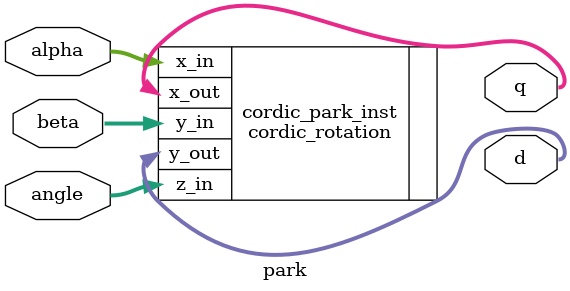
<source format=sv>
`timescale 1ns / 1ps

module park #(
    parameter WIDTH = 12,
    parameter FRACTIONAL_BITS = 8
)(
    input logic signed [WIDTH-1:0] alpha, beta,
    input logic signed [WIDTH-1:0] angle,
    output logic signed [WIDTH-1:0] q, d
);

    cordic_rotation #(
        .WIDTH(WIDTH), 
        .FRACTIONAL_BITS(FRACTIONAL_BITS)
    ) cordic_park_inst (
        .x_in(alpha),
        .y_in(beta),
        .z_in(angle),
        .x_out(q),
        .y_out(d)
    );

endmodule
</source>
